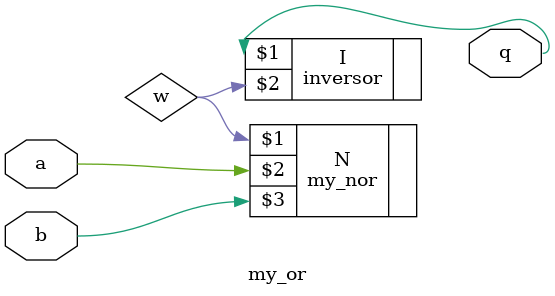
<source format=v>
module my_or(q, a, b);
    input a;
    input b;
    output q;
    wire w;

    my_nor N(w, a, b);
    inversor I(q, w);

endmodule

</source>
